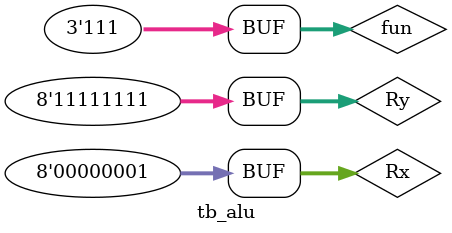
<source format=v>
`timescale 1ns / 1ps


module tb_alu;
reg [2:0] fun;
    reg [7:0] Ry;
    reg [7:0] Rx;
    wire [7:0] Result;
    wire [2:0] band;
    
    alu uut(
    .fun(fun),
    .Ry(Ry),
    .Rx(Rx),
    .Result(Result),
    .band(band)
    );
    
    initial
    begin
    Ry=8'b11111111;
    Rx=8'b00000001;
    fun=0;
    
    #2 fun=3'b000;
    #2 fun=3'b001;
    #2 fun=3'b010;
    #2 fun=3'b011;
    #2 fun=3'b100;
    #2 fun=3'b101;
    #2 fun=3'b110;
    #2 fun=3'b111;
    end
endmodule

</source>
